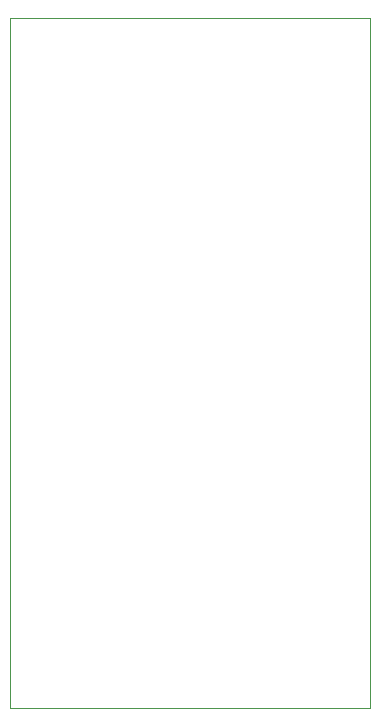
<source format=gbr>
G04 #@! TF.GenerationSoftware,KiCad,Pcbnew,(5.1.4)-1*
G04 #@! TF.CreationDate,2019-11-28T20:23:01+01:00*
G04 #@! TF.ProjectId,zillo-mini-devkit,7a696c6c-6f2d-46d6-996e-692d6465766b,rev?*
G04 #@! TF.SameCoordinates,Original*
G04 #@! TF.FileFunction,Profile,NP*
%FSLAX46Y46*%
G04 Gerber Fmt 4.6, Leading zero omitted, Abs format (unit mm)*
G04 Created by KiCad (PCBNEW (5.1.4)-1) date 2019-11-28 20:23:01*
%MOMM*%
%LPD*%
G04 APERTURE LIST*
%ADD10C,0.100000*%
G04 APERTURE END LIST*
D10*
X30480000Y-99060000D02*
X30480000Y-40640000D01*
X60960000Y-99060000D02*
X30480000Y-99060000D01*
X60960000Y-40640000D02*
X60960000Y-99060000D01*
X30480000Y-40640000D02*
X60960000Y-40640000D01*
M02*

</source>
